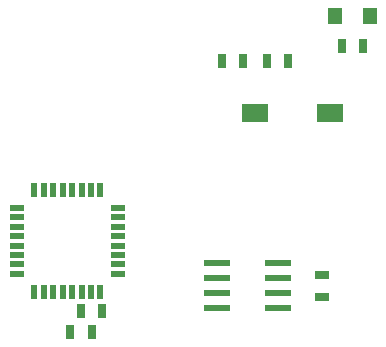
<source format=gtp>
G75*
G70*
%OFA0B0*%
%FSLAX24Y24*%
%IPPOS*%
%LPD*%
%AMOC8*
5,1,8,0,0,1.08239X$1,22.5*
%
%ADD10R,0.0866X0.0236*%
%ADD11R,0.0220X0.0500*%
%ADD12R,0.0500X0.0220*%
%ADD13R,0.0472X0.0551*%
%ADD14R,0.0906X0.0630*%
%ADD15R,0.0315X0.0472*%
%ADD16R,0.0472X0.0315*%
D10*
X012537Y005474D03*
X012537Y005974D03*
X012537Y006474D03*
X012537Y006974D03*
X014585Y006974D03*
X014585Y006474D03*
X014585Y005974D03*
X014585Y005474D03*
D11*
X006459Y006034D03*
X006774Y006034D03*
X007089Y006034D03*
X007404Y006034D03*
X007719Y006034D03*
X008034Y006034D03*
X008349Y006034D03*
X008663Y006034D03*
X008663Y009414D03*
X008349Y009414D03*
X008034Y009414D03*
X007719Y009414D03*
X007404Y009414D03*
X007089Y009414D03*
X006774Y009414D03*
X006459Y009414D03*
D12*
X005871Y008826D03*
X005871Y008511D03*
X005871Y008197D03*
X005871Y007882D03*
X005871Y007567D03*
X005871Y007252D03*
X005871Y006937D03*
X005871Y006622D03*
X009251Y006622D03*
X009251Y006937D03*
X009251Y007252D03*
X009251Y007567D03*
X009251Y007882D03*
X009251Y008197D03*
X009251Y008511D03*
X009251Y008826D03*
D13*
X016471Y015224D03*
X017652Y015224D03*
D14*
X016301Y011974D03*
X013821Y011974D03*
D15*
X014207Y013724D03*
X014915Y013724D03*
X013415Y013724D03*
X012707Y013724D03*
X016707Y014224D03*
X017415Y014224D03*
X008715Y005374D03*
X008007Y005374D03*
X007657Y004699D03*
X008365Y004699D03*
D16*
X016061Y005870D03*
X016061Y006578D03*
M02*

</source>
